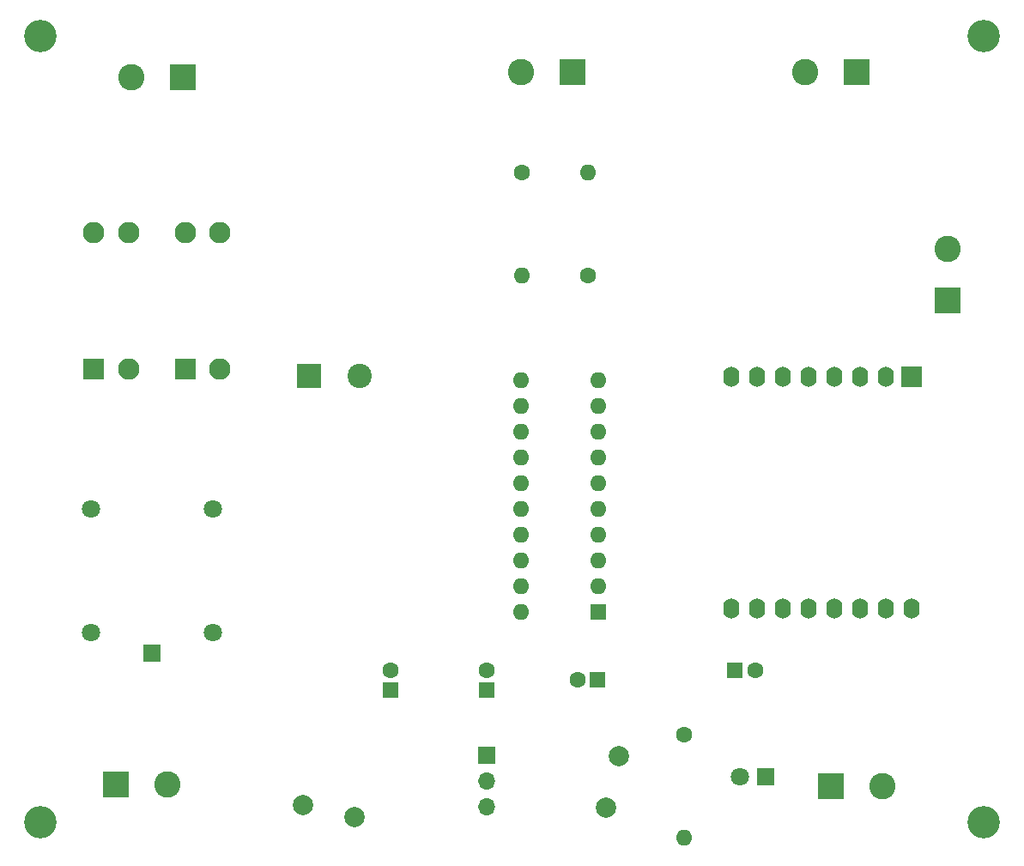
<source format=gbr>
%TF.GenerationSoftware,KiCad,Pcbnew,8.0.6*%
%TF.CreationDate,2025-01-17T19:16:01+01:00*%
%TF.ProjectId,pcb,7063622e-6b69-4636-9164-5f7063625858,rev?*%
%TF.SameCoordinates,Original*%
%TF.FileFunction,Soldermask,Top*%
%TF.FilePolarity,Negative*%
%FSLAX46Y46*%
G04 Gerber Fmt 4.6, Leading zero omitted, Abs format (unit mm)*
G04 Created by KiCad (PCBNEW 8.0.6) date 2025-01-17 19:16:01*
%MOMM*%
%LPD*%
G01*
G04 APERTURE LIST*
%ADD10C,3.200000*%
%ADD11R,1.600000X1.600000*%
%ADD12C,1.600000*%
%ADD13R,2.600000X2.600000*%
%ADD14C,2.600000*%
%ADD15C,2.010000*%
%ADD16O,1.600000X1.600000*%
%ADD17R,2.108200X2.108200*%
%ADD18C,2.108200*%
%ADD19R,1.803400X1.803400*%
%ADD20C,1.803400*%
%ADD21R,2.400000X2.400000*%
%ADD22C,2.400000*%
%ADD23R,1.700000X1.700000*%
%ADD24O,1.700000X1.700000*%
%ADD25R,2.000000X2.000000*%
%ADD26O,1.600000X2.000000*%
%ADD27R,1.800000X1.800000*%
%ADD28C,1.800000*%
G04 APERTURE END LIST*
D10*
%TO.C,REF\u002A\u002A*%
X216500000Y-44000000D03*
%TD*%
D11*
%TO.C,C4*%
X192000000Y-106500000D03*
D12*
X194000000Y-106500000D03*
%TD*%
D13*
%TO.C,J4*%
X213000000Y-70000000D03*
D14*
X213000000Y-64920000D03*
%TD*%
D10*
%TO.C,REF\u002A\u002A*%
X123500000Y-121500000D03*
%TD*%
D13*
%TO.C,J1*%
X137545000Y-48000000D03*
D14*
X132465000Y-48000000D03*
%TD*%
D13*
%TO.C,J3*%
X204000000Y-47500000D03*
D14*
X198920000Y-47500000D03*
%TD*%
D10*
%TO.C,REF\u002A\u002A*%
X123500000Y-44000000D03*
%TD*%
D15*
%TO.C,F3*%
X154500000Y-121000000D03*
X149400000Y-119800000D03*
%TD*%
D12*
%TO.C,R3*%
X187000000Y-112840000D03*
D16*
X187000000Y-123000000D03*
%TD*%
D17*
%TO.C,F2*%
X137753200Y-76805000D03*
D18*
X141156800Y-76805000D03*
X141156800Y-63343000D03*
X137753200Y-63343000D03*
%TD*%
D19*
%TO.C,K1*%
X134455001Y-104805001D03*
D20*
X140455000Y-102805000D03*
X140455000Y-90605802D03*
X128455002Y-90605802D03*
X128455002Y-102805000D03*
%TD*%
D12*
%TO.C,R1*%
X171000000Y-57420000D03*
D16*
X171000000Y-67580000D03*
%TD*%
D15*
%TO.C,F4*%
X179300000Y-120100000D03*
X180500000Y-115000000D03*
%TD*%
D12*
%TO.C,C2*%
X167500000Y-106500000D03*
D11*
X167500000Y-108500000D03*
%TD*%
D21*
%TO.C,C1*%
X150000000Y-77500000D03*
D22*
X155000000Y-77500000D03*
%TD*%
D12*
%TO.C,R2*%
X177500000Y-67580000D03*
D16*
X177500000Y-57420000D03*
%TD*%
D11*
%TO.C,U2*%
X178500000Y-100780000D03*
D16*
X178500000Y-98240000D03*
X178500000Y-95700000D03*
X178500000Y-93160000D03*
X178500000Y-90620000D03*
X178500000Y-88080000D03*
X178500000Y-85540000D03*
X178500000Y-83000000D03*
X178500000Y-80460000D03*
X178500000Y-77920000D03*
X170880000Y-77920000D03*
X170880000Y-80460000D03*
X170880000Y-83000000D03*
X170880000Y-85540000D03*
X170880000Y-88080000D03*
X170880000Y-90620000D03*
X170880000Y-93160000D03*
X170880000Y-95700000D03*
X170880000Y-98240000D03*
X170880000Y-100780000D03*
%TD*%
D13*
%TO.C,J7*%
X201455000Y-118000000D03*
D14*
X206535000Y-118000000D03*
%TD*%
D23*
%TO.C,J6*%
X167500000Y-114920000D03*
D24*
X167500000Y-117460000D03*
X167500000Y-120000000D03*
%TD*%
D25*
%TO.C,U1*%
X209390000Y-77555000D03*
D26*
X206850000Y-77555000D03*
X204310000Y-77555000D03*
X201770000Y-77555000D03*
X199230000Y-77555000D03*
X196690000Y-77555000D03*
X194150000Y-77555000D03*
X191610000Y-77555000D03*
X191610000Y-100415000D03*
X194150000Y-100415000D03*
X196690000Y-100415000D03*
X199230000Y-100415000D03*
X201770000Y-100415000D03*
X204310000Y-100415000D03*
X206850000Y-100415000D03*
X209390000Y-100415000D03*
%TD*%
D27*
%TO.C,D1*%
X195000000Y-117000000D03*
D28*
X192460000Y-117000000D03*
%TD*%
D11*
%TO.C,C5*%
X158000000Y-108500000D03*
D12*
X158000000Y-106500000D03*
%TD*%
D10*
%TO.C,REF\u002A\u002A*%
X216500000Y-121500000D03*
%TD*%
D13*
%TO.C,J5*%
X130920000Y-117805000D03*
D14*
X136000000Y-117805000D03*
%TD*%
D17*
%TO.C,F1*%
X128753200Y-76805000D03*
D18*
X132156800Y-76805000D03*
X132156800Y-63343000D03*
X128753200Y-63343000D03*
%TD*%
D13*
%TO.C,J2*%
X176000000Y-47500000D03*
D14*
X170920000Y-47500000D03*
%TD*%
D11*
%TO.C,C3*%
X178455113Y-107500000D03*
D12*
X176455113Y-107500000D03*
%TD*%
M02*

</source>
